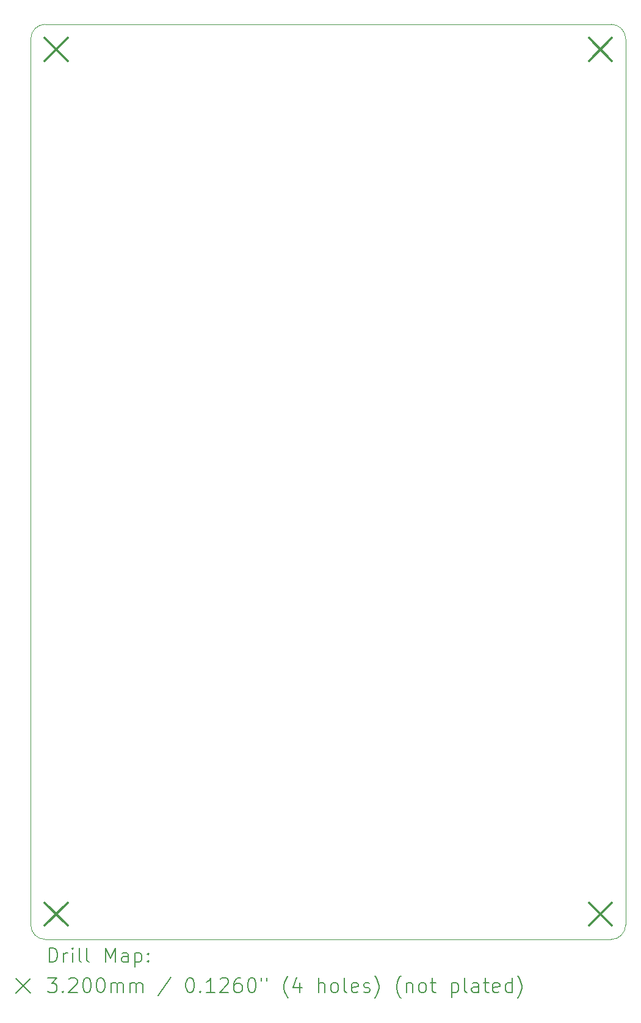
<source format=gbr>
%TF.GenerationSoftware,KiCad,Pcbnew,8.0.9-1.fc41*%
%TF.CreationDate,2025-02-27T22:19:24+00:00*%
%TF.ProjectId,Power_supply,506f7765-725f-4737-9570-706c792e6b69,rev?*%
%TF.SameCoordinates,Original*%
%TF.FileFunction,Drillmap*%
%TF.FilePolarity,Positive*%
%FSLAX45Y45*%
G04 Gerber Fmt 4.5, Leading zero omitted, Abs format (unit mm)*
G04 Created by KiCad (PCBNEW 8.0.9-1.fc41) date 2025-02-27 22:19:24*
%MOMM*%
%LPD*%
G01*
G04 APERTURE LIST*
%ADD10C,0.100000*%
%ADD11C,0.200000*%
%ADD12C,0.320000*%
G04 APERTURE END LIST*
D10*
X18400000Y-16300000D02*
X10550000Y-16300000D01*
X10350000Y-3800000D02*
G75*
G02*
X10550000Y-3600000I200000J0D01*
G01*
X18600000Y-3800000D02*
X18600000Y-16100000D01*
X10350000Y-16100000D02*
X10350000Y-3800000D01*
X18400000Y-3600000D02*
G75*
G02*
X18600000Y-3800000I0J-200000D01*
G01*
X18600000Y-16100000D02*
G75*
G02*
X18400000Y-16300000I-200000J0D01*
G01*
X10550000Y-16300000D02*
G75*
G02*
X10350000Y-16100000I0J200000D01*
G01*
X10550000Y-3600000D02*
X18400000Y-3600000D01*
D11*
D12*
X10540000Y-3790000D02*
X10860000Y-4110000D01*
X10860000Y-3790000D02*
X10540000Y-4110000D01*
X10540000Y-15790000D02*
X10860000Y-16110000D01*
X10860000Y-15790000D02*
X10540000Y-16110000D01*
X18090000Y-3790000D02*
X18410000Y-4110000D01*
X18410000Y-3790000D02*
X18090000Y-4110000D01*
X18090000Y-15790000D02*
X18410000Y-16110000D01*
X18410000Y-15790000D02*
X18090000Y-16110000D01*
D11*
X10605777Y-16616484D02*
X10605777Y-16416484D01*
X10605777Y-16416484D02*
X10653396Y-16416484D01*
X10653396Y-16416484D02*
X10681967Y-16426008D01*
X10681967Y-16426008D02*
X10701015Y-16445055D01*
X10701015Y-16445055D02*
X10710539Y-16464103D01*
X10710539Y-16464103D02*
X10720063Y-16502198D01*
X10720063Y-16502198D02*
X10720063Y-16530769D01*
X10720063Y-16530769D02*
X10710539Y-16568865D01*
X10710539Y-16568865D02*
X10701015Y-16587912D01*
X10701015Y-16587912D02*
X10681967Y-16606960D01*
X10681967Y-16606960D02*
X10653396Y-16616484D01*
X10653396Y-16616484D02*
X10605777Y-16616484D01*
X10805777Y-16616484D02*
X10805777Y-16483150D01*
X10805777Y-16521246D02*
X10815301Y-16502198D01*
X10815301Y-16502198D02*
X10824824Y-16492674D01*
X10824824Y-16492674D02*
X10843872Y-16483150D01*
X10843872Y-16483150D02*
X10862920Y-16483150D01*
X10929586Y-16616484D02*
X10929586Y-16483150D01*
X10929586Y-16416484D02*
X10920063Y-16426008D01*
X10920063Y-16426008D02*
X10929586Y-16435531D01*
X10929586Y-16435531D02*
X10939110Y-16426008D01*
X10939110Y-16426008D02*
X10929586Y-16416484D01*
X10929586Y-16416484D02*
X10929586Y-16435531D01*
X11053396Y-16616484D02*
X11034348Y-16606960D01*
X11034348Y-16606960D02*
X11024824Y-16587912D01*
X11024824Y-16587912D02*
X11024824Y-16416484D01*
X11158158Y-16616484D02*
X11139110Y-16606960D01*
X11139110Y-16606960D02*
X11129586Y-16587912D01*
X11129586Y-16587912D02*
X11129586Y-16416484D01*
X11386729Y-16616484D02*
X11386729Y-16416484D01*
X11386729Y-16416484D02*
X11453396Y-16559341D01*
X11453396Y-16559341D02*
X11520062Y-16416484D01*
X11520062Y-16416484D02*
X11520062Y-16616484D01*
X11701015Y-16616484D02*
X11701015Y-16511722D01*
X11701015Y-16511722D02*
X11691491Y-16492674D01*
X11691491Y-16492674D02*
X11672443Y-16483150D01*
X11672443Y-16483150D02*
X11634348Y-16483150D01*
X11634348Y-16483150D02*
X11615301Y-16492674D01*
X11701015Y-16606960D02*
X11681967Y-16616484D01*
X11681967Y-16616484D02*
X11634348Y-16616484D01*
X11634348Y-16616484D02*
X11615301Y-16606960D01*
X11615301Y-16606960D02*
X11605777Y-16587912D01*
X11605777Y-16587912D02*
X11605777Y-16568865D01*
X11605777Y-16568865D02*
X11615301Y-16549817D01*
X11615301Y-16549817D02*
X11634348Y-16540293D01*
X11634348Y-16540293D02*
X11681967Y-16540293D01*
X11681967Y-16540293D02*
X11701015Y-16530769D01*
X11796253Y-16483150D02*
X11796253Y-16683150D01*
X11796253Y-16492674D02*
X11815301Y-16483150D01*
X11815301Y-16483150D02*
X11853396Y-16483150D01*
X11853396Y-16483150D02*
X11872443Y-16492674D01*
X11872443Y-16492674D02*
X11881967Y-16502198D01*
X11881967Y-16502198D02*
X11891491Y-16521246D01*
X11891491Y-16521246D02*
X11891491Y-16578388D01*
X11891491Y-16578388D02*
X11881967Y-16597436D01*
X11881967Y-16597436D02*
X11872443Y-16606960D01*
X11872443Y-16606960D02*
X11853396Y-16616484D01*
X11853396Y-16616484D02*
X11815301Y-16616484D01*
X11815301Y-16616484D02*
X11796253Y-16606960D01*
X11977205Y-16597436D02*
X11986729Y-16606960D01*
X11986729Y-16606960D02*
X11977205Y-16616484D01*
X11977205Y-16616484D02*
X11967682Y-16606960D01*
X11967682Y-16606960D02*
X11977205Y-16597436D01*
X11977205Y-16597436D02*
X11977205Y-16616484D01*
X11977205Y-16492674D02*
X11986729Y-16502198D01*
X11986729Y-16502198D02*
X11977205Y-16511722D01*
X11977205Y-16511722D02*
X11967682Y-16502198D01*
X11967682Y-16502198D02*
X11977205Y-16492674D01*
X11977205Y-16492674D02*
X11977205Y-16511722D01*
X10145000Y-16845000D02*
X10345000Y-17045000D01*
X10345000Y-16845000D02*
X10145000Y-17045000D01*
X10586729Y-16836484D02*
X10710539Y-16836484D01*
X10710539Y-16836484D02*
X10643872Y-16912674D01*
X10643872Y-16912674D02*
X10672444Y-16912674D01*
X10672444Y-16912674D02*
X10691491Y-16922198D01*
X10691491Y-16922198D02*
X10701015Y-16931722D01*
X10701015Y-16931722D02*
X10710539Y-16950770D01*
X10710539Y-16950770D02*
X10710539Y-16998389D01*
X10710539Y-16998389D02*
X10701015Y-17017436D01*
X10701015Y-17017436D02*
X10691491Y-17026960D01*
X10691491Y-17026960D02*
X10672444Y-17036484D01*
X10672444Y-17036484D02*
X10615301Y-17036484D01*
X10615301Y-17036484D02*
X10596253Y-17026960D01*
X10596253Y-17026960D02*
X10586729Y-17017436D01*
X10796253Y-17017436D02*
X10805777Y-17026960D01*
X10805777Y-17026960D02*
X10796253Y-17036484D01*
X10796253Y-17036484D02*
X10786729Y-17026960D01*
X10786729Y-17026960D02*
X10796253Y-17017436D01*
X10796253Y-17017436D02*
X10796253Y-17036484D01*
X10881967Y-16855531D02*
X10891491Y-16846008D01*
X10891491Y-16846008D02*
X10910539Y-16836484D01*
X10910539Y-16836484D02*
X10958158Y-16836484D01*
X10958158Y-16836484D02*
X10977205Y-16846008D01*
X10977205Y-16846008D02*
X10986729Y-16855531D01*
X10986729Y-16855531D02*
X10996253Y-16874579D01*
X10996253Y-16874579D02*
X10996253Y-16893627D01*
X10996253Y-16893627D02*
X10986729Y-16922198D01*
X10986729Y-16922198D02*
X10872444Y-17036484D01*
X10872444Y-17036484D02*
X10996253Y-17036484D01*
X11120063Y-16836484D02*
X11139110Y-16836484D01*
X11139110Y-16836484D02*
X11158158Y-16846008D01*
X11158158Y-16846008D02*
X11167682Y-16855531D01*
X11167682Y-16855531D02*
X11177205Y-16874579D01*
X11177205Y-16874579D02*
X11186729Y-16912674D01*
X11186729Y-16912674D02*
X11186729Y-16960293D01*
X11186729Y-16960293D02*
X11177205Y-16998389D01*
X11177205Y-16998389D02*
X11167682Y-17017436D01*
X11167682Y-17017436D02*
X11158158Y-17026960D01*
X11158158Y-17026960D02*
X11139110Y-17036484D01*
X11139110Y-17036484D02*
X11120063Y-17036484D01*
X11120063Y-17036484D02*
X11101015Y-17026960D01*
X11101015Y-17026960D02*
X11091491Y-17017436D01*
X11091491Y-17017436D02*
X11081967Y-16998389D01*
X11081967Y-16998389D02*
X11072444Y-16960293D01*
X11072444Y-16960293D02*
X11072444Y-16912674D01*
X11072444Y-16912674D02*
X11081967Y-16874579D01*
X11081967Y-16874579D02*
X11091491Y-16855531D01*
X11091491Y-16855531D02*
X11101015Y-16846008D01*
X11101015Y-16846008D02*
X11120063Y-16836484D01*
X11310539Y-16836484D02*
X11329586Y-16836484D01*
X11329586Y-16836484D02*
X11348634Y-16846008D01*
X11348634Y-16846008D02*
X11358158Y-16855531D01*
X11358158Y-16855531D02*
X11367682Y-16874579D01*
X11367682Y-16874579D02*
X11377205Y-16912674D01*
X11377205Y-16912674D02*
X11377205Y-16960293D01*
X11377205Y-16960293D02*
X11367682Y-16998389D01*
X11367682Y-16998389D02*
X11358158Y-17017436D01*
X11358158Y-17017436D02*
X11348634Y-17026960D01*
X11348634Y-17026960D02*
X11329586Y-17036484D01*
X11329586Y-17036484D02*
X11310539Y-17036484D01*
X11310539Y-17036484D02*
X11291491Y-17026960D01*
X11291491Y-17026960D02*
X11281967Y-17017436D01*
X11281967Y-17017436D02*
X11272443Y-16998389D01*
X11272443Y-16998389D02*
X11262920Y-16960293D01*
X11262920Y-16960293D02*
X11262920Y-16912674D01*
X11262920Y-16912674D02*
X11272443Y-16874579D01*
X11272443Y-16874579D02*
X11281967Y-16855531D01*
X11281967Y-16855531D02*
X11291491Y-16846008D01*
X11291491Y-16846008D02*
X11310539Y-16836484D01*
X11462920Y-17036484D02*
X11462920Y-16903150D01*
X11462920Y-16922198D02*
X11472443Y-16912674D01*
X11472443Y-16912674D02*
X11491491Y-16903150D01*
X11491491Y-16903150D02*
X11520063Y-16903150D01*
X11520063Y-16903150D02*
X11539110Y-16912674D01*
X11539110Y-16912674D02*
X11548634Y-16931722D01*
X11548634Y-16931722D02*
X11548634Y-17036484D01*
X11548634Y-16931722D02*
X11558158Y-16912674D01*
X11558158Y-16912674D02*
X11577205Y-16903150D01*
X11577205Y-16903150D02*
X11605777Y-16903150D01*
X11605777Y-16903150D02*
X11624824Y-16912674D01*
X11624824Y-16912674D02*
X11634348Y-16931722D01*
X11634348Y-16931722D02*
X11634348Y-17036484D01*
X11729586Y-17036484D02*
X11729586Y-16903150D01*
X11729586Y-16922198D02*
X11739110Y-16912674D01*
X11739110Y-16912674D02*
X11758158Y-16903150D01*
X11758158Y-16903150D02*
X11786729Y-16903150D01*
X11786729Y-16903150D02*
X11805777Y-16912674D01*
X11805777Y-16912674D02*
X11815301Y-16931722D01*
X11815301Y-16931722D02*
X11815301Y-17036484D01*
X11815301Y-16931722D02*
X11824824Y-16912674D01*
X11824824Y-16912674D02*
X11843872Y-16903150D01*
X11843872Y-16903150D02*
X11872443Y-16903150D01*
X11872443Y-16903150D02*
X11891491Y-16912674D01*
X11891491Y-16912674D02*
X11901015Y-16931722D01*
X11901015Y-16931722D02*
X11901015Y-17036484D01*
X12291491Y-16826960D02*
X12120063Y-17084103D01*
X12548634Y-16836484D02*
X12567682Y-16836484D01*
X12567682Y-16836484D02*
X12586729Y-16846008D01*
X12586729Y-16846008D02*
X12596253Y-16855531D01*
X12596253Y-16855531D02*
X12605777Y-16874579D01*
X12605777Y-16874579D02*
X12615301Y-16912674D01*
X12615301Y-16912674D02*
X12615301Y-16960293D01*
X12615301Y-16960293D02*
X12605777Y-16998389D01*
X12605777Y-16998389D02*
X12596253Y-17017436D01*
X12596253Y-17017436D02*
X12586729Y-17026960D01*
X12586729Y-17026960D02*
X12567682Y-17036484D01*
X12567682Y-17036484D02*
X12548634Y-17036484D01*
X12548634Y-17036484D02*
X12529586Y-17026960D01*
X12529586Y-17026960D02*
X12520063Y-17017436D01*
X12520063Y-17017436D02*
X12510539Y-16998389D01*
X12510539Y-16998389D02*
X12501015Y-16960293D01*
X12501015Y-16960293D02*
X12501015Y-16912674D01*
X12501015Y-16912674D02*
X12510539Y-16874579D01*
X12510539Y-16874579D02*
X12520063Y-16855531D01*
X12520063Y-16855531D02*
X12529586Y-16846008D01*
X12529586Y-16846008D02*
X12548634Y-16836484D01*
X12701015Y-17017436D02*
X12710539Y-17026960D01*
X12710539Y-17026960D02*
X12701015Y-17036484D01*
X12701015Y-17036484D02*
X12691491Y-17026960D01*
X12691491Y-17026960D02*
X12701015Y-17017436D01*
X12701015Y-17017436D02*
X12701015Y-17036484D01*
X12901015Y-17036484D02*
X12786729Y-17036484D01*
X12843872Y-17036484D02*
X12843872Y-16836484D01*
X12843872Y-16836484D02*
X12824825Y-16865055D01*
X12824825Y-16865055D02*
X12805777Y-16884103D01*
X12805777Y-16884103D02*
X12786729Y-16893627D01*
X12977206Y-16855531D02*
X12986729Y-16846008D01*
X12986729Y-16846008D02*
X13005777Y-16836484D01*
X13005777Y-16836484D02*
X13053396Y-16836484D01*
X13053396Y-16836484D02*
X13072444Y-16846008D01*
X13072444Y-16846008D02*
X13081967Y-16855531D01*
X13081967Y-16855531D02*
X13091491Y-16874579D01*
X13091491Y-16874579D02*
X13091491Y-16893627D01*
X13091491Y-16893627D02*
X13081967Y-16922198D01*
X13081967Y-16922198D02*
X12967682Y-17036484D01*
X12967682Y-17036484D02*
X13091491Y-17036484D01*
X13262920Y-16836484D02*
X13224825Y-16836484D01*
X13224825Y-16836484D02*
X13205777Y-16846008D01*
X13205777Y-16846008D02*
X13196253Y-16855531D01*
X13196253Y-16855531D02*
X13177206Y-16884103D01*
X13177206Y-16884103D02*
X13167682Y-16922198D01*
X13167682Y-16922198D02*
X13167682Y-16998389D01*
X13167682Y-16998389D02*
X13177206Y-17017436D01*
X13177206Y-17017436D02*
X13186729Y-17026960D01*
X13186729Y-17026960D02*
X13205777Y-17036484D01*
X13205777Y-17036484D02*
X13243872Y-17036484D01*
X13243872Y-17036484D02*
X13262920Y-17026960D01*
X13262920Y-17026960D02*
X13272444Y-17017436D01*
X13272444Y-17017436D02*
X13281967Y-16998389D01*
X13281967Y-16998389D02*
X13281967Y-16950770D01*
X13281967Y-16950770D02*
X13272444Y-16931722D01*
X13272444Y-16931722D02*
X13262920Y-16922198D01*
X13262920Y-16922198D02*
X13243872Y-16912674D01*
X13243872Y-16912674D02*
X13205777Y-16912674D01*
X13205777Y-16912674D02*
X13186729Y-16922198D01*
X13186729Y-16922198D02*
X13177206Y-16931722D01*
X13177206Y-16931722D02*
X13167682Y-16950770D01*
X13405777Y-16836484D02*
X13424825Y-16836484D01*
X13424825Y-16836484D02*
X13443872Y-16846008D01*
X13443872Y-16846008D02*
X13453396Y-16855531D01*
X13453396Y-16855531D02*
X13462920Y-16874579D01*
X13462920Y-16874579D02*
X13472444Y-16912674D01*
X13472444Y-16912674D02*
X13472444Y-16960293D01*
X13472444Y-16960293D02*
X13462920Y-16998389D01*
X13462920Y-16998389D02*
X13453396Y-17017436D01*
X13453396Y-17017436D02*
X13443872Y-17026960D01*
X13443872Y-17026960D02*
X13424825Y-17036484D01*
X13424825Y-17036484D02*
X13405777Y-17036484D01*
X13405777Y-17036484D02*
X13386729Y-17026960D01*
X13386729Y-17026960D02*
X13377206Y-17017436D01*
X13377206Y-17017436D02*
X13367682Y-16998389D01*
X13367682Y-16998389D02*
X13358158Y-16960293D01*
X13358158Y-16960293D02*
X13358158Y-16912674D01*
X13358158Y-16912674D02*
X13367682Y-16874579D01*
X13367682Y-16874579D02*
X13377206Y-16855531D01*
X13377206Y-16855531D02*
X13386729Y-16846008D01*
X13386729Y-16846008D02*
X13405777Y-16836484D01*
X13548634Y-16836484D02*
X13548634Y-16874579D01*
X13624825Y-16836484D02*
X13624825Y-16874579D01*
X13920063Y-17112674D02*
X13910539Y-17103150D01*
X13910539Y-17103150D02*
X13891491Y-17074579D01*
X13891491Y-17074579D02*
X13881968Y-17055531D01*
X13881968Y-17055531D02*
X13872444Y-17026960D01*
X13872444Y-17026960D02*
X13862920Y-16979341D01*
X13862920Y-16979341D02*
X13862920Y-16941246D01*
X13862920Y-16941246D02*
X13872444Y-16893627D01*
X13872444Y-16893627D02*
X13881968Y-16865055D01*
X13881968Y-16865055D02*
X13891491Y-16846008D01*
X13891491Y-16846008D02*
X13910539Y-16817436D01*
X13910539Y-16817436D02*
X13920063Y-16807912D01*
X14081968Y-16903150D02*
X14081968Y-17036484D01*
X14034348Y-16826960D02*
X13986729Y-16969817D01*
X13986729Y-16969817D02*
X14110539Y-16969817D01*
X14339110Y-17036484D02*
X14339110Y-16836484D01*
X14424825Y-17036484D02*
X14424825Y-16931722D01*
X14424825Y-16931722D02*
X14415301Y-16912674D01*
X14415301Y-16912674D02*
X14396253Y-16903150D01*
X14396253Y-16903150D02*
X14367682Y-16903150D01*
X14367682Y-16903150D02*
X14348634Y-16912674D01*
X14348634Y-16912674D02*
X14339110Y-16922198D01*
X14548634Y-17036484D02*
X14529587Y-17026960D01*
X14529587Y-17026960D02*
X14520063Y-17017436D01*
X14520063Y-17017436D02*
X14510539Y-16998389D01*
X14510539Y-16998389D02*
X14510539Y-16941246D01*
X14510539Y-16941246D02*
X14520063Y-16922198D01*
X14520063Y-16922198D02*
X14529587Y-16912674D01*
X14529587Y-16912674D02*
X14548634Y-16903150D01*
X14548634Y-16903150D02*
X14577206Y-16903150D01*
X14577206Y-16903150D02*
X14596253Y-16912674D01*
X14596253Y-16912674D02*
X14605777Y-16922198D01*
X14605777Y-16922198D02*
X14615301Y-16941246D01*
X14615301Y-16941246D02*
X14615301Y-16998389D01*
X14615301Y-16998389D02*
X14605777Y-17017436D01*
X14605777Y-17017436D02*
X14596253Y-17026960D01*
X14596253Y-17026960D02*
X14577206Y-17036484D01*
X14577206Y-17036484D02*
X14548634Y-17036484D01*
X14729587Y-17036484D02*
X14710539Y-17026960D01*
X14710539Y-17026960D02*
X14701015Y-17007912D01*
X14701015Y-17007912D02*
X14701015Y-16836484D01*
X14881968Y-17026960D02*
X14862920Y-17036484D01*
X14862920Y-17036484D02*
X14824825Y-17036484D01*
X14824825Y-17036484D02*
X14805777Y-17026960D01*
X14805777Y-17026960D02*
X14796253Y-17007912D01*
X14796253Y-17007912D02*
X14796253Y-16931722D01*
X14796253Y-16931722D02*
X14805777Y-16912674D01*
X14805777Y-16912674D02*
X14824825Y-16903150D01*
X14824825Y-16903150D02*
X14862920Y-16903150D01*
X14862920Y-16903150D02*
X14881968Y-16912674D01*
X14881968Y-16912674D02*
X14891491Y-16931722D01*
X14891491Y-16931722D02*
X14891491Y-16950770D01*
X14891491Y-16950770D02*
X14796253Y-16969817D01*
X14967682Y-17026960D02*
X14986730Y-17036484D01*
X14986730Y-17036484D02*
X15024825Y-17036484D01*
X15024825Y-17036484D02*
X15043872Y-17026960D01*
X15043872Y-17026960D02*
X15053396Y-17007912D01*
X15053396Y-17007912D02*
X15053396Y-16998389D01*
X15053396Y-16998389D02*
X15043872Y-16979341D01*
X15043872Y-16979341D02*
X15024825Y-16969817D01*
X15024825Y-16969817D02*
X14996253Y-16969817D01*
X14996253Y-16969817D02*
X14977206Y-16960293D01*
X14977206Y-16960293D02*
X14967682Y-16941246D01*
X14967682Y-16941246D02*
X14967682Y-16931722D01*
X14967682Y-16931722D02*
X14977206Y-16912674D01*
X14977206Y-16912674D02*
X14996253Y-16903150D01*
X14996253Y-16903150D02*
X15024825Y-16903150D01*
X15024825Y-16903150D02*
X15043872Y-16912674D01*
X15120063Y-17112674D02*
X15129587Y-17103150D01*
X15129587Y-17103150D02*
X15148634Y-17074579D01*
X15148634Y-17074579D02*
X15158158Y-17055531D01*
X15158158Y-17055531D02*
X15167682Y-17026960D01*
X15167682Y-17026960D02*
X15177206Y-16979341D01*
X15177206Y-16979341D02*
X15177206Y-16941246D01*
X15177206Y-16941246D02*
X15167682Y-16893627D01*
X15167682Y-16893627D02*
X15158158Y-16865055D01*
X15158158Y-16865055D02*
X15148634Y-16846008D01*
X15148634Y-16846008D02*
X15129587Y-16817436D01*
X15129587Y-16817436D02*
X15120063Y-16807912D01*
X15481968Y-17112674D02*
X15472444Y-17103150D01*
X15472444Y-17103150D02*
X15453396Y-17074579D01*
X15453396Y-17074579D02*
X15443872Y-17055531D01*
X15443872Y-17055531D02*
X15434349Y-17026960D01*
X15434349Y-17026960D02*
X15424825Y-16979341D01*
X15424825Y-16979341D02*
X15424825Y-16941246D01*
X15424825Y-16941246D02*
X15434349Y-16893627D01*
X15434349Y-16893627D02*
X15443872Y-16865055D01*
X15443872Y-16865055D02*
X15453396Y-16846008D01*
X15453396Y-16846008D02*
X15472444Y-16817436D01*
X15472444Y-16817436D02*
X15481968Y-16807912D01*
X15558158Y-16903150D02*
X15558158Y-17036484D01*
X15558158Y-16922198D02*
X15567682Y-16912674D01*
X15567682Y-16912674D02*
X15586730Y-16903150D01*
X15586730Y-16903150D02*
X15615301Y-16903150D01*
X15615301Y-16903150D02*
X15634349Y-16912674D01*
X15634349Y-16912674D02*
X15643872Y-16931722D01*
X15643872Y-16931722D02*
X15643872Y-17036484D01*
X15767682Y-17036484D02*
X15748634Y-17026960D01*
X15748634Y-17026960D02*
X15739111Y-17017436D01*
X15739111Y-17017436D02*
X15729587Y-16998389D01*
X15729587Y-16998389D02*
X15729587Y-16941246D01*
X15729587Y-16941246D02*
X15739111Y-16922198D01*
X15739111Y-16922198D02*
X15748634Y-16912674D01*
X15748634Y-16912674D02*
X15767682Y-16903150D01*
X15767682Y-16903150D02*
X15796253Y-16903150D01*
X15796253Y-16903150D02*
X15815301Y-16912674D01*
X15815301Y-16912674D02*
X15824825Y-16922198D01*
X15824825Y-16922198D02*
X15834349Y-16941246D01*
X15834349Y-16941246D02*
X15834349Y-16998389D01*
X15834349Y-16998389D02*
X15824825Y-17017436D01*
X15824825Y-17017436D02*
X15815301Y-17026960D01*
X15815301Y-17026960D02*
X15796253Y-17036484D01*
X15796253Y-17036484D02*
X15767682Y-17036484D01*
X15891492Y-16903150D02*
X15967682Y-16903150D01*
X15920063Y-16836484D02*
X15920063Y-17007912D01*
X15920063Y-17007912D02*
X15929587Y-17026960D01*
X15929587Y-17026960D02*
X15948634Y-17036484D01*
X15948634Y-17036484D02*
X15967682Y-17036484D01*
X16186730Y-16903150D02*
X16186730Y-17103150D01*
X16186730Y-16912674D02*
X16205777Y-16903150D01*
X16205777Y-16903150D02*
X16243873Y-16903150D01*
X16243873Y-16903150D02*
X16262920Y-16912674D01*
X16262920Y-16912674D02*
X16272444Y-16922198D01*
X16272444Y-16922198D02*
X16281968Y-16941246D01*
X16281968Y-16941246D02*
X16281968Y-16998389D01*
X16281968Y-16998389D02*
X16272444Y-17017436D01*
X16272444Y-17017436D02*
X16262920Y-17026960D01*
X16262920Y-17026960D02*
X16243873Y-17036484D01*
X16243873Y-17036484D02*
X16205777Y-17036484D01*
X16205777Y-17036484D02*
X16186730Y-17026960D01*
X16396253Y-17036484D02*
X16377206Y-17026960D01*
X16377206Y-17026960D02*
X16367682Y-17007912D01*
X16367682Y-17007912D02*
X16367682Y-16836484D01*
X16558158Y-17036484D02*
X16558158Y-16931722D01*
X16558158Y-16931722D02*
X16548634Y-16912674D01*
X16548634Y-16912674D02*
X16529587Y-16903150D01*
X16529587Y-16903150D02*
X16491492Y-16903150D01*
X16491492Y-16903150D02*
X16472444Y-16912674D01*
X16558158Y-17026960D02*
X16539111Y-17036484D01*
X16539111Y-17036484D02*
X16491492Y-17036484D01*
X16491492Y-17036484D02*
X16472444Y-17026960D01*
X16472444Y-17026960D02*
X16462920Y-17007912D01*
X16462920Y-17007912D02*
X16462920Y-16988865D01*
X16462920Y-16988865D02*
X16472444Y-16969817D01*
X16472444Y-16969817D02*
X16491492Y-16960293D01*
X16491492Y-16960293D02*
X16539111Y-16960293D01*
X16539111Y-16960293D02*
X16558158Y-16950770D01*
X16624825Y-16903150D02*
X16701015Y-16903150D01*
X16653396Y-16836484D02*
X16653396Y-17007912D01*
X16653396Y-17007912D02*
X16662920Y-17026960D01*
X16662920Y-17026960D02*
X16681968Y-17036484D01*
X16681968Y-17036484D02*
X16701015Y-17036484D01*
X16843873Y-17026960D02*
X16824825Y-17036484D01*
X16824825Y-17036484D02*
X16786730Y-17036484D01*
X16786730Y-17036484D02*
X16767682Y-17026960D01*
X16767682Y-17026960D02*
X16758158Y-17007912D01*
X16758158Y-17007912D02*
X16758158Y-16931722D01*
X16758158Y-16931722D02*
X16767682Y-16912674D01*
X16767682Y-16912674D02*
X16786730Y-16903150D01*
X16786730Y-16903150D02*
X16824825Y-16903150D01*
X16824825Y-16903150D02*
X16843873Y-16912674D01*
X16843873Y-16912674D02*
X16853396Y-16931722D01*
X16853396Y-16931722D02*
X16853396Y-16950770D01*
X16853396Y-16950770D02*
X16758158Y-16969817D01*
X17024825Y-17036484D02*
X17024825Y-16836484D01*
X17024825Y-17026960D02*
X17005777Y-17036484D01*
X17005777Y-17036484D02*
X16967682Y-17036484D01*
X16967682Y-17036484D02*
X16948635Y-17026960D01*
X16948635Y-17026960D02*
X16939111Y-17017436D01*
X16939111Y-17017436D02*
X16929587Y-16998389D01*
X16929587Y-16998389D02*
X16929587Y-16941246D01*
X16929587Y-16941246D02*
X16939111Y-16922198D01*
X16939111Y-16922198D02*
X16948635Y-16912674D01*
X16948635Y-16912674D02*
X16967682Y-16903150D01*
X16967682Y-16903150D02*
X17005777Y-16903150D01*
X17005777Y-16903150D02*
X17024825Y-16912674D01*
X17101016Y-17112674D02*
X17110539Y-17103150D01*
X17110539Y-17103150D02*
X17129587Y-17074579D01*
X17129587Y-17074579D02*
X17139111Y-17055531D01*
X17139111Y-17055531D02*
X17148635Y-17026960D01*
X17148635Y-17026960D02*
X17158158Y-16979341D01*
X17158158Y-16979341D02*
X17158158Y-16941246D01*
X17158158Y-16941246D02*
X17148635Y-16893627D01*
X17148635Y-16893627D02*
X17139111Y-16865055D01*
X17139111Y-16865055D02*
X17129587Y-16846008D01*
X17129587Y-16846008D02*
X17110539Y-16817436D01*
X17110539Y-16817436D02*
X17101016Y-16807912D01*
M02*

</source>
